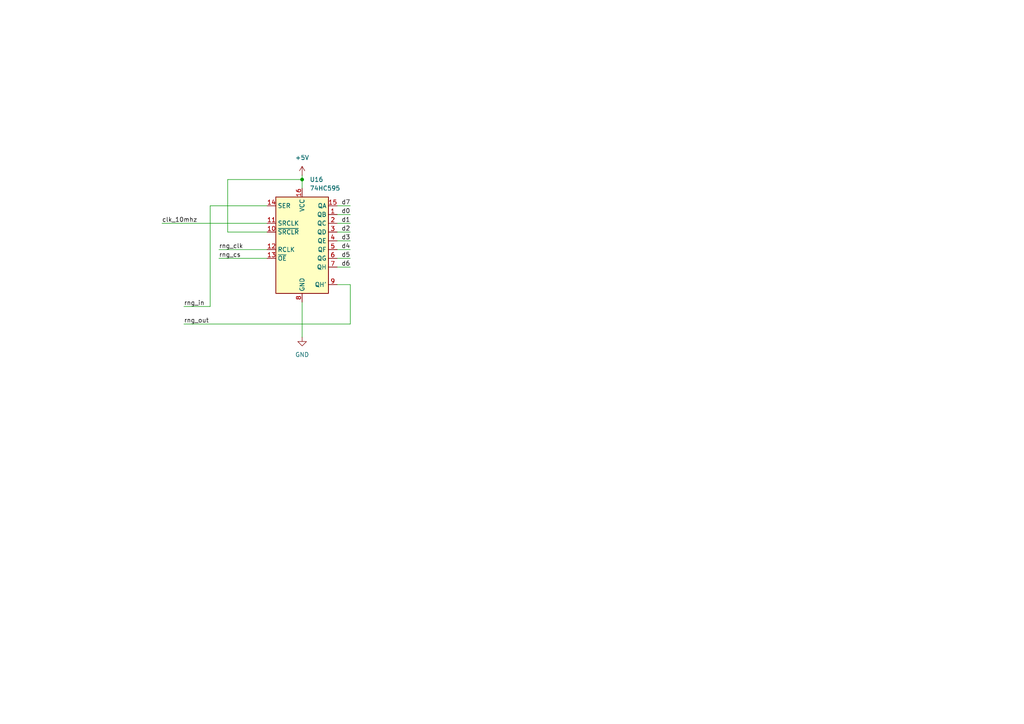
<source format=kicad_sch>
(kicad_sch (version 20231120) (generator "eeschema") (generator_version "8.0")
  (paper "A4")
  (lib_symbols
    (symbol "74xx:74HC595"
      (property "Reference" "U" (at -7.62 13.97 0))
      (property "Value" "74HC595" (at -7.62 -16.51 0))
      (symbol "74HC595_1_0"
        (pin tri_state line (at 10.16 7.62 180) (length 2.54) (name "QB") (number "1"))
        (pin input line (at -10.16 2.54 0) (length 2.54) (name "~{SRCLR}") (number "10"))
        (pin input line (at -10.16 5.08 0) (length 2.54) (name "SRCLK") (number "11"))
        (pin input line (at -10.16 -2.54 0) (length 2.54) (name "RCLK") (number "12"))
        (pin input line (at -10.16 -5.08 0) (length 2.54) (name "~{OE}") (number "13"))
        (pin input line (at -10.16 10.16 0) (length 2.54) (name "SER") (number "14"))
        (pin tri_state line (at 10.16 10.16 180) (length 2.54) (name "QA") (number "15"))
        (pin power_in line (at 0 15.24 270) (length 2.54) (name "VCC") (number "16"))
        (pin tri_state line (at 10.16 5.08 180) (length 2.54) (name "QC") (number "2"))
        (pin tri_state line (at 10.16 2.54 180) (length 2.54) (name "QD") (number "3"))
        (pin tri_state line (at 10.16 0 180) (length 2.54) (name "QE") (number "4"))
        (pin tri_state line (at 10.16 -2.54 180) (length 2.54) (name "QF") (number "5"))
        (pin tri_state line (at 10.16 -5.08 180) (length 2.54) (name "QG") (number "6"))
        (pin tri_state line (at 10.16 -7.62 180) (length 2.54) (name "QH") (number "7"))
        (pin power_in line (at 0 -17.78 90) (length 2.54) (name "GND") (number "8"))
        (pin output line (at 10.16 -12.7 180) (length 2.54) (name "QH'") (number "9"))
      )
      (symbol "74HC595_1_1"
        (rectangle (start -7.62 12.7) (end 7.62 -15.24) (stroke (width 0.254)) (fill (type background)))
      )
    )
    (symbol "power:+5V" (power) (pin_numbers hide) (pin_names (offset 0) hide)
      (property "Value" "+5V" (at 0 3.556 0))
      (symbol "+5V_0_1"
        (polyline (pts (xy -0.762 1.27) (xy 0 2.54)))
        (polyline (pts (xy 0 0) (xy 0 2.54)))
        (polyline (pts (xy 0 2.54) (xy 0.762 1.27)))
      )
      (symbol "+5V_1_1"
        (pin power_in line (at 0 0 90) (length 0) (name "~") (number "1"))
      )
    )
    (symbol "power:GND" (power) (pin_numbers hide) (pin_names (offset 0) hide)
      (property "Value" "GND" (at 0 -3.81 0))
      (symbol "GND_0_1"
        (polyline (pts (xy 0 0) (xy 0 -1.27) (xy 1.27 -1.27) (xy 0 -2.54) (xy -1.27 -1.27) (xy 0 -1.27)))
      )
      (symbol "GND_1_1"
        (pin power_in line (at 0 0 270) (length 0) (name "~") (number "1"))
      )
    )
  )
  (junction (at 87.63 52.07))
  (wire (pts (xy 53.34 93.98) (xy 101.6 93.98)))
  (wire (pts (xy 66.04 67.31) (xy 77.47 67.31)))
  (wire (pts (xy 87.63 87.63) (xy 87.63 97.79)))
  (wire (pts (xy 87.63 52.07) (xy 87.63 54.61)))
  (wire (pts (xy 63.5 72.39) (xy 77.47 72.39)))
  (wire (pts (xy 97.79 62.23) (xy 101.6 62.23)))
  (wire (pts (xy 87.63 50.8) (xy 87.63 52.07)))
  (wire (pts (xy 63.5 74.93) (xy 77.47 74.93)))
  (wire (pts (xy 97.79 74.93) (xy 101.6 74.93)))
  (wire (pts (xy 97.79 59.69) (xy 101.6 59.69)))
  (wire (pts (xy 87.63 52.07) (xy 66.04 52.07)))
  (wire (pts (xy 46.99 64.77) (xy 77.47 64.77)))
  (wire (pts (xy 101.6 82.55) (xy 101.6 93.98)))
  (wire (pts (xy 53.34 88.9) (xy 60.96 88.9)))
  (wire (pts (xy 97.79 77.47) (xy 101.6 77.47)))
  (wire (pts (xy 77.47 59.69) (xy 60.96 59.69)))
  (wire (pts (xy 60.96 59.69) (xy 60.96 88.9)))
  (wire (pts (xy 97.79 69.85) (xy 101.6 69.85)))
  (wire (pts (xy 97.79 64.77) (xy 101.6 64.77)))
  (wire (pts (xy 97.79 82.55) (xy 101.6 82.55)))
  (wire (pts (xy 97.79 67.31) (xy 101.6 67.31)))
  (wire (pts (xy 97.79 72.39) (xy 101.6 72.39)))
  (wire (pts (xy 66.04 52.07) (xy 66.04 67.31)))
  (label "d6" (at 101.6 77.47 180))
  (label "rng_out" (at 53.34 93.98 0))
  (label "d7" (at 101.6 59.69 180))
  (label "clk_10mhz" (at 46.99 64.77 0))
  (label "d2" (at 101.6 67.31 180))
  (label "rng_clk" (at 63.5 72.39 0))
  (label "rng_cs" (at 63.5 74.93 0))
  (label "d3" (at 101.6 69.85 180))
  (label "d5" (at 101.6 74.93 180))
  (label "d1" (at 101.6 64.77 180))
  (label "d4" (at 101.6 72.39 180))
  (label "rng_in" (at 53.34 88.9 0))
  (label "d0" (at 101.6 62.23 180))
  (symbol (lib_id "power:GND") (at 87.63 97.79 0) (unit 1)
    (property "Reference" "#PWR040" (effects (hide yes)))
    (property "Value" "GND" (at 87.63 102.87 0))
    (property "Description" "Power symbol creates a global label with name \"GND\" , ground" (effects (hide yes)))
  )
  (symbol (lib_id "power:+5V") (at 87.63 50.8 0) (unit 1)
    (property "Reference" "#PWR039" (effects (hide yes)))
    (property "Value" "+5V" (at 87.63 45.72 0))
    (property "Description" "Power symbol creates a global label with name \"+5V\"" (effects (hide yes)))
  )
  (symbol (lib_id "74xx:74HC595") (at 87.63 69.85 0) (unit 1)
    (property "Reference" "U16" (at 89.8241 52.07 0) (effects (justify left)))
    (property "Value" "74HC595" (at 89.8241 54.61 0) (effects (justify left)))
    (property "Datasheet" "http://www.ti.com/lit/ds/symlink/sn74hc595.pdf" (effects (hide yes)))
    (property "Description" "8-bit serial in/out Shift Register 3-State Outputs" (effects (hide yes)))
  )
)
</source>
